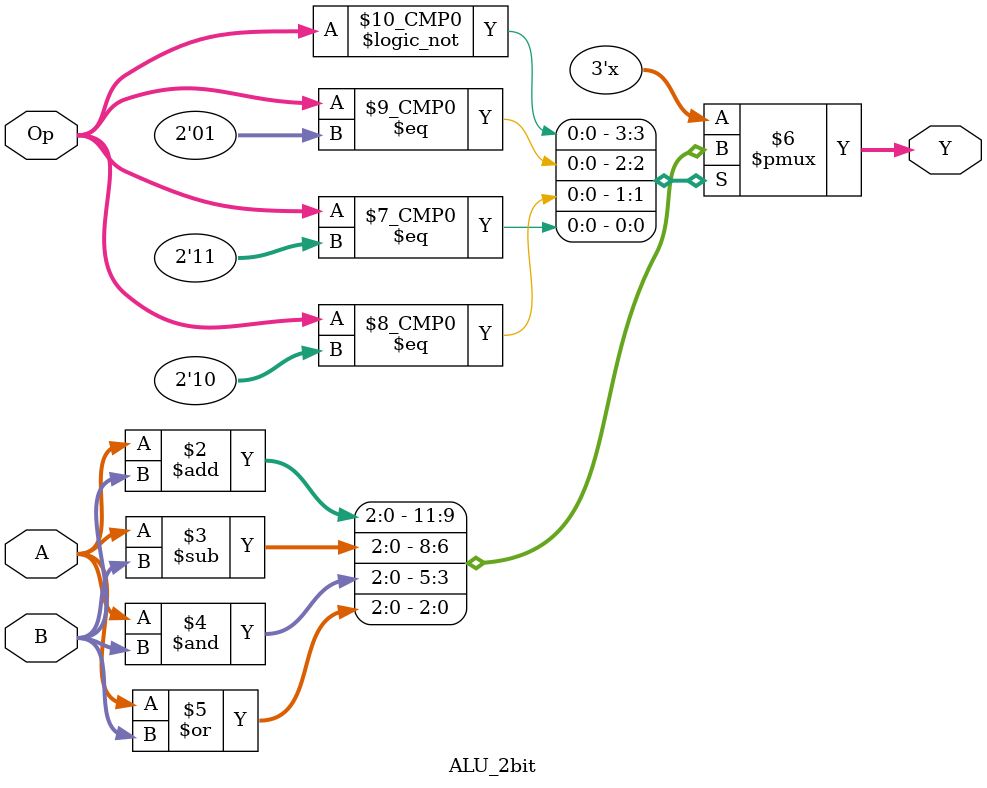
<source format=v>
module ALU_2bit (
    input [1:0] A,      // 2-bit input A
    input [1:0] B,      // 2-bit input B
    input [1:0] Op,     // 2-bit operation selector
    output reg [2:0] Y  // 3-bit output to accommodate overflow
);
    always @(*) begin
        case (Op)
            2'b00: Y = A + B;         // Addition
            2'b01: Y = A - B;         // Subtraction
            2'b10: Y = A & B;         // Bitwise AND
            2'b11: Y = A | B;         // Bitwise OR
            default: Y = 3'b000;      // Default case
        endcase
    end
endmodule

</source>
